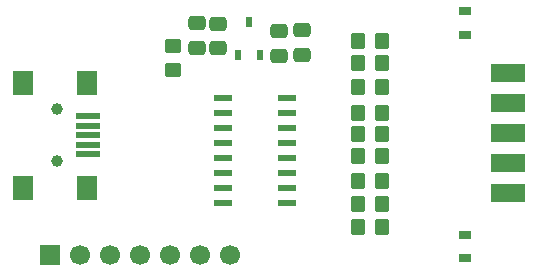
<source format=gbr>
%TF.GenerationSoftware,KiCad,Pcbnew,9.0.6*%
%TF.CreationDate,2025-12-15T15:35:09+00:00*%
%TF.ProjectId,_2 Blaster,a3322042-6c61-4737-9465-722e6b696361,rev?*%
%TF.SameCoordinates,Original*%
%TF.FileFunction,Soldermask,Top*%
%TF.FilePolarity,Negative*%
%FSLAX46Y46*%
G04 Gerber Fmt 4.6, Leading zero omitted, Abs format (unit mm)*
G04 Created by KiCad (PCBNEW 9.0.6) date 2025-12-15 15:35:09*
%MOMM*%
%LPD*%
G01*
G04 APERTURE LIST*
G04 Aperture macros list*
%AMRoundRect*
0 Rectangle with rounded corners*
0 $1 Rounding radius*
0 $2 $3 $4 $5 $6 $7 $8 $9 X,Y pos of 4 corners*
0 Add a 4 corners polygon primitive as box body*
4,1,4,$2,$3,$4,$5,$6,$7,$8,$9,$2,$3,0*
0 Add four circle primitives for the rounded corners*
1,1,$1+$1,$2,$3*
1,1,$1+$1,$4,$5*
1,1,$1+$1,$6,$7*
1,1,$1+$1,$8,$9*
0 Add four rect primitives between the rounded corners*
20,1,$1+$1,$2,$3,$4,$5,0*
20,1,$1+$1,$4,$5,$6,$7,0*
20,1,$1+$1,$6,$7,$8,$9,0*
20,1,$1+$1,$8,$9,$2,$3,0*%
G04 Aperture macros list end*
%ADD10RoundRect,0.250000X0.475000X-0.337500X0.475000X0.337500X-0.475000X0.337500X-0.475000X-0.337500X0*%
%ADD11RoundRect,0.250000X-0.350000X-0.450000X0.350000X-0.450000X0.350000X0.450000X-0.350000X0.450000X0*%
%ADD12R,1.000000X0.800000*%
%ADD13R,3.000000X1.524000*%
%ADD14R,1.500000X0.600000*%
%ADD15RoundRect,0.250000X0.450000X-0.350000X0.450000X0.350000X-0.450000X0.350000X-0.450000X-0.350000X0*%
%ADD16RoundRect,0.250000X-0.475000X0.337500X-0.475000X-0.337500X0.475000X-0.337500X0.475000X0.337500X0*%
%ADD17R,0.600000X0.900000*%
%ADD18C,1.000000*%
%ADD19R,2.000000X0.500000*%
%ADD20R,1.700000X2.000000*%
%ADD21R,1.700000X1.700000*%
%ADD22C,1.700000*%
G04 APERTURE END LIST*
D10*
%TO.C,C5*%
X114233325Y-88096000D03*
X114233325Y-86021000D03*
%TD*%
D11*
%TO.C,R6*%
X119000000Y-94789625D03*
X121000000Y-94789625D03*
%TD*%
%TO.C,R5*%
X119000000Y-93056075D03*
X121000000Y-93056075D03*
%TD*%
D12*
%TO.C,D1*%
X128069975Y-84410675D03*
X128069975Y-86410675D03*
%TD*%
D11*
%TO.C,R3*%
X119000000Y-86893400D03*
X121000000Y-86893400D03*
%TD*%
%TO.C,R9*%
X119000000Y-100764975D03*
X121000000Y-100764975D03*
%TD*%
D13*
%TO.C,JTAG1*%
X131667250Y-89601675D03*
X131667250Y-92141675D03*
X131667250Y-94681675D03*
X131667250Y-97221675D03*
X131667250Y-99761675D03*
%TD*%
D11*
%TO.C,R8*%
X119000000Y-98809175D03*
X121000000Y-98809175D03*
%TD*%
D14*
%TO.C,U2*%
X113000000Y-100618925D03*
X113000000Y-99348925D03*
X113000000Y-98078925D03*
X113000000Y-96808925D03*
X113000000Y-95538925D03*
X113000000Y-94268925D03*
X113000000Y-92998925D03*
X113000000Y-91728925D03*
X107600000Y-91728925D03*
X107600000Y-92998925D03*
X107600000Y-94268925D03*
X107600000Y-95538925D03*
X107600000Y-96808925D03*
X107600000Y-98078925D03*
X107600000Y-99348925D03*
X107600000Y-100618925D03*
%TD*%
D15*
%TO.C,FS1*%
X103311325Y-89347550D03*
X103311325Y-87347550D03*
%TD*%
D16*
%TO.C,C7*%
X107114975Y-85472450D03*
X107114975Y-87547450D03*
%TD*%
%TO.C,C1*%
X105333800Y-85437525D03*
X105333800Y-87512525D03*
%TD*%
D17*
%TO.C,U1*%
X108809075Y-88106250D03*
X110709075Y-88106250D03*
X109759075Y-85306250D03*
%TD*%
D18*
%TO.C,J2*%
X93477025Y-92697575D03*
X93477025Y-97097575D03*
D19*
X96177025Y-93297575D03*
X96177025Y-94097575D03*
X96177025Y-94897575D03*
X96177025Y-95697575D03*
X96177025Y-96497575D03*
D20*
X96077025Y-90447575D03*
X90627025Y-90447575D03*
X96077025Y-99347575D03*
X90627025Y-99347575D03*
%TD*%
D21*
%TO.C,J1*%
X92916375Y-105000000D03*
D22*
X95456375Y-105000000D03*
X97996375Y-105000000D03*
X100536375Y-105000000D03*
X103076375Y-105000000D03*
X105616375Y-105000000D03*
X108156375Y-105000000D03*
%TD*%
D10*
%TO.C,C2*%
X112312450Y-88165850D03*
X112312450Y-86090850D03*
%TD*%
D11*
%TO.C,R11*%
X119000000Y-102711250D03*
X121000000Y-102711250D03*
%TD*%
%TO.C,R4*%
X119000000Y-90814525D03*
X121000000Y-90814525D03*
%TD*%
D12*
%TO.C,D2*%
X128038225Y-105320975D03*
X128038225Y-103320975D03*
%TD*%
D11*
%TO.C,R2*%
X119000000Y-88817450D03*
X121000000Y-88817450D03*
%TD*%
%TO.C,R7*%
X119000000Y-96685100D03*
X121000000Y-96685100D03*
%TD*%
M02*

</source>
